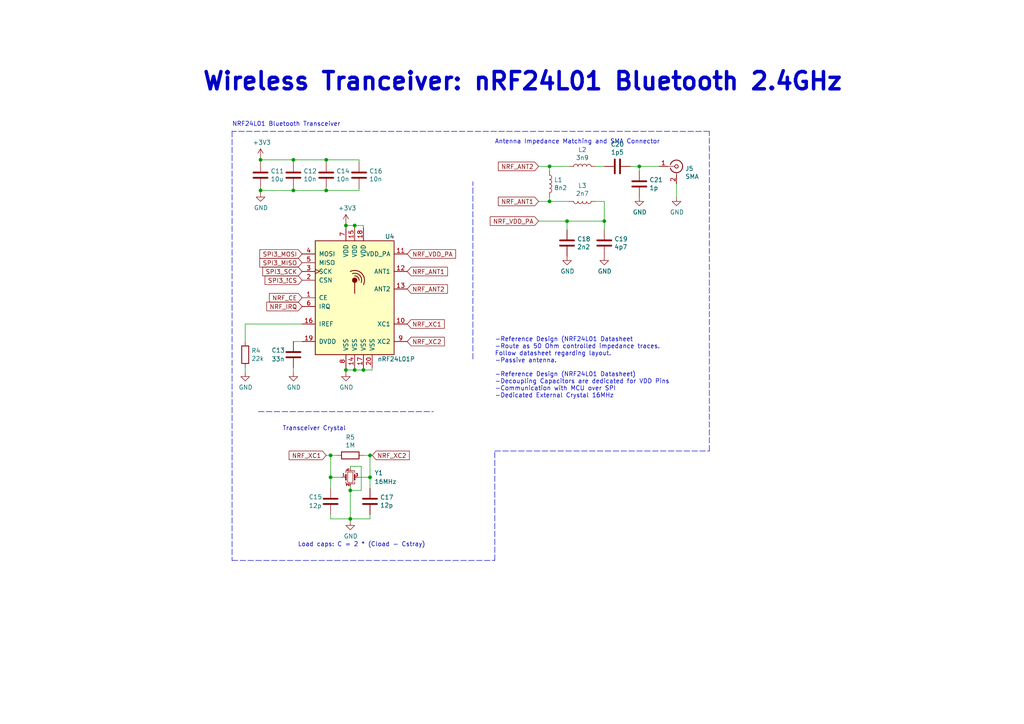
<source format=kicad_sch>
(kicad_sch (version 20211123) (generator eeschema)

  (uuid 00239f06-77f4-46cc-a4d9-4aa6e0ca9892)

  (paper "A4")

  (lib_symbols
    (symbol "Connector:Conn_Coaxial" (pin_names (offset 1.016) hide) (in_bom yes) (on_board yes)
      (property "Reference" "J" (id 0) (at 0.254 3.048 0)
        (effects (font (size 1.27 1.27)))
      )
      (property "Value" "Conn_Coaxial" (id 1) (at 2.921 0 90)
        (effects (font (size 1.27 1.27)))
      )
      (property "Footprint" "" (id 2) (at 0 0 0)
        (effects (font (size 1.27 1.27)) hide)
      )
      (property "Datasheet" " ~" (id 3) (at 0 0 0)
        (effects (font (size 1.27 1.27)) hide)
      )
      (property "ki_keywords" "BNC SMA SMB SMC LEMO coaxial connector CINCH RCA" (id 4) (at 0 0 0)
        (effects (font (size 1.27 1.27)) hide)
      )
      (property "ki_description" "coaxial connector (BNC, SMA, SMB, SMC, Cinch/RCA, LEMO, ...)" (id 5) (at 0 0 0)
        (effects (font (size 1.27 1.27)) hide)
      )
      (property "ki_fp_filters" "*BNC* *SMA* *SMB* *SMC* *Cinch* *LEMO*" (id 6) (at 0 0 0)
        (effects (font (size 1.27 1.27)) hide)
      )
      (symbol "Conn_Coaxial_0_1"
        (arc (start -1.778 -0.508) (mid 0.222 -1.808) (end 1.778 0)
          (stroke (width 0.254) (type default) (color 0 0 0 0))
          (fill (type none))
        )
        (polyline
          (pts
            (xy -2.54 0)
            (xy -0.508 0)
          )
          (stroke (width 0) (type default) (color 0 0 0 0))
          (fill (type none))
        )
        (polyline
          (pts
            (xy 0 -2.54)
            (xy 0 -1.778)
          )
          (stroke (width 0) (type default) (color 0 0 0 0))
          (fill (type none))
        )
        (circle (center 0 0) (radius 0.508)
          (stroke (width 0.2032) (type default) (color 0 0 0 0))
          (fill (type none))
        )
        (arc (start 1.778 0) (mid 0.222 1.8083) (end -1.778 0.508)
          (stroke (width 0.254) (type default) (color 0 0 0 0))
          (fill (type none))
        )
      )
      (symbol "Conn_Coaxial_1_1"
        (pin passive line (at -5.08 0 0) (length 2.54)
          (name "In" (effects (font (size 1.27 1.27))))
          (number "1" (effects (font (size 1.27 1.27))))
        )
        (pin passive line (at 0 -5.08 90) (length 2.54)
          (name "Ext" (effects (font (size 1.27 1.27))))
          (number "2" (effects (font (size 1.27 1.27))))
        )
      )
    )
    (symbol "Device:C" (pin_numbers hide) (pin_names (offset 0.254)) (in_bom yes) (on_board yes)
      (property "Reference" "C" (id 0) (at 0.635 2.54 0)
        (effects (font (size 1.27 1.27)) (justify left))
      )
      (property "Value" "C" (id 1) (at 0.635 -2.54 0)
        (effects (font (size 1.27 1.27)) (justify left))
      )
      (property "Footprint" "" (id 2) (at 0.9652 -3.81 0)
        (effects (font (size 1.27 1.27)) hide)
      )
      (property "Datasheet" "~" (id 3) (at 0 0 0)
        (effects (font (size 1.27 1.27)) hide)
      )
      (property "ki_keywords" "cap capacitor" (id 4) (at 0 0 0)
        (effects (font (size 1.27 1.27)) hide)
      )
      (property "ki_description" "Unpolarized capacitor" (id 5) (at 0 0 0)
        (effects (font (size 1.27 1.27)) hide)
      )
      (property "ki_fp_filters" "C_*" (id 6) (at 0 0 0)
        (effects (font (size 1.27 1.27)) hide)
      )
      (symbol "C_0_1"
        (polyline
          (pts
            (xy -2.032 -0.762)
            (xy 2.032 -0.762)
          )
          (stroke (width 0.508) (type default) (color 0 0 0 0))
          (fill (type none))
        )
        (polyline
          (pts
            (xy -2.032 0.762)
            (xy 2.032 0.762)
          )
          (stroke (width 0.508) (type default) (color 0 0 0 0))
          (fill (type none))
        )
      )
      (symbol "C_1_1"
        (pin passive line (at 0 3.81 270) (length 2.794)
          (name "~" (effects (font (size 1.27 1.27))))
          (number "1" (effects (font (size 1.27 1.27))))
        )
        (pin passive line (at 0 -3.81 90) (length 2.794)
          (name "~" (effects (font (size 1.27 1.27))))
          (number "2" (effects (font (size 1.27 1.27))))
        )
      )
    )
    (symbol "Device:Crystal_GND24_Small" (pin_names (offset 1.016) hide) (in_bom yes) (on_board yes)
      (property "Reference" "Y" (id 0) (at 1.27 4.445 0)
        (effects (font (size 1.27 1.27)) (justify left))
      )
      (property "Value" "Crystal_GND24_Small" (id 1) (at 1.27 2.54 0)
        (effects (font (size 1.27 1.27)) (justify left))
      )
      (property "Footprint" "" (id 2) (at 0 0 0)
        (effects (font (size 1.27 1.27)) hide)
      )
      (property "Datasheet" "~" (id 3) (at 0 0 0)
        (effects (font (size 1.27 1.27)) hide)
      )
      (property "ki_keywords" "quartz ceramic resonator oscillator" (id 4) (at 0 0 0)
        (effects (font (size 1.27 1.27)) hide)
      )
      (property "ki_description" "Four pin crystal, GND on pins 2 and 4, small symbol" (id 5) (at 0 0 0)
        (effects (font (size 1.27 1.27)) hide)
      )
      (property "ki_fp_filters" "Crystal*" (id 6) (at 0 0 0)
        (effects (font (size 1.27 1.27)) hide)
      )
      (symbol "Crystal_GND24_Small_0_1"
        (rectangle (start -0.762 -1.524) (end 0.762 1.524)
          (stroke (width 0) (type default) (color 0 0 0 0))
          (fill (type none))
        )
        (polyline
          (pts
            (xy -1.27 -0.762)
            (xy -1.27 0.762)
          )
          (stroke (width 0.381) (type default) (color 0 0 0 0))
          (fill (type none))
        )
        (polyline
          (pts
            (xy 1.27 -0.762)
            (xy 1.27 0.762)
          )
          (stroke (width 0.381) (type default) (color 0 0 0 0))
          (fill (type none))
        )
        (polyline
          (pts
            (xy -1.27 -1.27)
            (xy -1.27 -1.905)
            (xy 1.27 -1.905)
            (xy 1.27 -1.27)
          )
          (stroke (width 0) (type default) (color 0 0 0 0))
          (fill (type none))
        )
        (polyline
          (pts
            (xy -1.27 1.27)
            (xy -1.27 1.905)
            (xy 1.27 1.905)
            (xy 1.27 1.27)
          )
          (stroke (width 0) (type default) (color 0 0 0 0))
          (fill (type none))
        )
      )
      (symbol "Crystal_GND24_Small_1_1"
        (pin passive line (at -2.54 0 0) (length 1.27)
          (name "1" (effects (font (size 1.27 1.27))))
          (number "1" (effects (font (size 0.762 0.762))))
        )
        (pin passive line (at 0 -2.54 90) (length 0.635)
          (name "2" (effects (font (size 1.27 1.27))))
          (number "2" (effects (font (size 0.762 0.762))))
        )
        (pin passive line (at 2.54 0 180) (length 1.27)
          (name "3" (effects (font (size 1.27 1.27))))
          (number "3" (effects (font (size 0.762 0.762))))
        )
        (pin passive line (at 0 2.54 270) (length 0.635)
          (name "4" (effects (font (size 1.27 1.27))))
          (number "4" (effects (font (size 0.762 0.762))))
        )
      )
    )
    (symbol "Device:L" (pin_numbers hide) (pin_names (offset 1.016) hide) (in_bom yes) (on_board yes)
      (property "Reference" "L" (id 0) (at -1.27 0 90)
        (effects (font (size 1.27 1.27)))
      )
      (property "Value" "L" (id 1) (at 1.905 0 90)
        (effects (font (size 1.27 1.27)))
      )
      (property "Footprint" "" (id 2) (at 0 0 0)
        (effects (font (size 1.27 1.27)) hide)
      )
      (property "Datasheet" "~" (id 3) (at 0 0 0)
        (effects (font (size 1.27 1.27)) hide)
      )
      (property "ki_keywords" "inductor choke coil reactor magnetic" (id 4) (at 0 0 0)
        (effects (font (size 1.27 1.27)) hide)
      )
      (property "ki_description" "Inductor" (id 5) (at 0 0 0)
        (effects (font (size 1.27 1.27)) hide)
      )
      (property "ki_fp_filters" "Choke_* *Coil* Inductor_* L_*" (id 6) (at 0 0 0)
        (effects (font (size 1.27 1.27)) hide)
      )
      (symbol "L_0_1"
        (arc (start 0 -2.54) (mid 0.635 -1.905) (end 0 -1.27)
          (stroke (width 0) (type default) (color 0 0 0 0))
          (fill (type none))
        )
        (arc (start 0 -1.27) (mid 0.635 -0.635) (end 0 0)
          (stroke (width 0) (type default) (color 0 0 0 0))
          (fill (type none))
        )
        (arc (start 0 0) (mid 0.635 0.635) (end 0 1.27)
          (stroke (width 0) (type default) (color 0 0 0 0))
          (fill (type none))
        )
        (arc (start 0 1.27) (mid 0.635 1.905) (end 0 2.54)
          (stroke (width 0) (type default) (color 0 0 0 0))
          (fill (type none))
        )
      )
      (symbol "L_1_1"
        (pin passive line (at 0 3.81 270) (length 1.27)
          (name "1" (effects (font (size 1.27 1.27))))
          (number "1" (effects (font (size 1.27 1.27))))
        )
        (pin passive line (at 0 -3.81 90) (length 1.27)
          (name "2" (effects (font (size 1.27 1.27))))
          (number "2" (effects (font (size 1.27 1.27))))
        )
      )
    )
    (symbol "Device:R" (pin_numbers hide) (pin_names (offset 0)) (in_bom yes) (on_board yes)
      (property "Reference" "R" (id 0) (at 2.032 0 90)
        (effects (font (size 1.27 1.27)))
      )
      (property "Value" "R" (id 1) (at 0 0 90)
        (effects (font (size 1.27 1.27)))
      )
      (property "Footprint" "" (id 2) (at -1.778 0 90)
        (effects (font (size 1.27 1.27)) hide)
      )
      (property "Datasheet" "~" (id 3) (at 0 0 0)
        (effects (font (size 1.27 1.27)) hide)
      )
      (property "ki_keywords" "R res resistor" (id 4) (at 0 0 0)
        (effects (font (size 1.27 1.27)) hide)
      )
      (property "ki_description" "Resistor" (id 5) (at 0 0 0)
        (effects (font (size 1.27 1.27)) hide)
      )
      (property "ki_fp_filters" "R_*" (id 6) (at 0 0 0)
        (effects (font (size 1.27 1.27)) hide)
      )
      (symbol "R_0_1"
        (rectangle (start -1.016 -2.54) (end 1.016 2.54)
          (stroke (width 0.254) (type default) (color 0 0 0 0))
          (fill (type none))
        )
      )
      (symbol "R_1_1"
        (pin passive line (at 0 3.81 270) (length 1.27)
          (name "~" (effects (font (size 1.27 1.27))))
          (number "1" (effects (font (size 1.27 1.27))))
        )
        (pin passive line (at 0 -3.81 90) (length 1.27)
          (name "~" (effects (font (size 1.27 1.27))))
          (number "2" (effects (font (size 1.27 1.27))))
        )
      )
    )
    (symbol "RF:nRF24L01P" (pin_names (offset 1.016)) (in_bom yes) (on_board yes)
      (property "Reference" "U" (id 0) (at -11.43 17.78 0)
        (effects (font (size 1.27 1.27)) (justify left))
      )
      (property "Value" "nRF24L01P" (id 1) (at 5.08 17.78 0)
        (effects (font (size 1.27 1.27)) (justify left))
      )
      (property "Footprint" "Package_DFN_QFN:QFN-20-1EP_4x4mm_P0.5mm_EP2.5x2.5mm" (id 2) (at 5.08 20.32 0)
        (effects (font (size 1.27 1.27) italic) (justify left) hide)
      )
      (property "Datasheet" "http://www.nordicsemi.com/eng/content/download/2726/34069/file/nRF24L01P_Product_Specification_1_0.pdf" (id 3) (at 0 2.54 0)
        (effects (font (size 1.27 1.27)) hide)
      )
      (property "ki_keywords" "Low Power RF Transciever" (id 4) (at 0 0 0)
        (effects (font (size 1.27 1.27)) hide)
      )
      (property "ki_description" "nRF24L01+, Ultra low power 2.4GHz RF Transceiver, QFN20 4x4mm" (id 5) (at 0 0 0)
        (effects (font (size 1.27 1.27)) hide)
      )
      (property "ki_fp_filters" "QFN*4x4*0.5mm*" (id 6) (at 0 0 0)
        (effects (font (size 1.27 1.27)) hide)
      )
      (symbol "nRF24L01P_0_1"
        (rectangle (start -11.43 16.51) (end 11.43 -16.51)
          (stroke (width 0.254) (type default) (color 0 0 0 0))
          (fill (type background))
        )
        (polyline
          (pts
            (xy 0 4.445)
            (xy 0 1.27)
          )
          (stroke (width 0.254) (type default) (color 0 0 0 0))
          (fill (type none))
        )
        (circle (center 0 5.08) (radius 0.635)
          (stroke (width 0.254) (type default) (color 0 0 0 0))
          (fill (type outline))
        )
        (arc (start 1.27 5.08) (mid 0.9109 5.9909) (end 0 6.35)
          (stroke (width 0.254) (type default) (color 0 0 0 0))
          (fill (type none))
        )
        (arc (start 1.905 4.445) (mid 1.4383 6.5183) (end -0.635 6.985)
          (stroke (width 0.254) (type default) (color 0 0 0 0))
          (fill (type none))
        )
        (arc (start 2.54 3.81) (mid 2.008 7.088) (end -1.27 7.62)
          (stroke (width 0.254) (type default) (color 0 0 0 0))
          (fill (type none))
        )
        (rectangle (start 11.43 -13.97) (end 11.43 -13.97)
          (stroke (width 0) (type default) (color 0 0 0 0))
          (fill (type none))
        )
      )
      (symbol "nRF24L01P_1_1"
        (pin input line (at -15.24 0 0) (length 3.81)
          (name "CE" (effects (font (size 1.27 1.27))))
          (number "1" (effects (font (size 1.27 1.27))))
        )
        (pin passive line (at 15.24 -7.62 180) (length 3.81)
          (name "XC1" (effects (font (size 1.27 1.27))))
          (number "10" (effects (font (size 1.27 1.27))))
        )
        (pin power_out line (at 15.24 12.7 180) (length 3.81)
          (name "VDD_PA" (effects (font (size 1.27 1.27))))
          (number "11" (effects (font (size 1.27 1.27))))
        )
        (pin passive line (at 15.24 7.62 180) (length 3.81)
          (name "ANT1" (effects (font (size 1.27 1.27))))
          (number "12" (effects (font (size 1.27 1.27))))
        )
        (pin passive line (at 15.24 2.54 180) (length 3.81)
          (name "ANT2" (effects (font (size 1.27 1.27))))
          (number "13" (effects (font (size 1.27 1.27))))
        )
        (pin power_in line (at 0 -20.32 90) (length 3.81)
          (name "VSS" (effects (font (size 1.27 1.27))))
          (number "14" (effects (font (size 1.27 1.27))))
        )
        (pin power_in line (at 0 20.32 270) (length 3.81)
          (name "VDD" (effects (font (size 1.27 1.27))))
          (number "15" (effects (font (size 1.27 1.27))))
        )
        (pin passive line (at -15.24 -7.62 0) (length 3.81)
          (name "IREF" (effects (font (size 1.27 1.27))))
          (number "16" (effects (font (size 1.27 1.27))))
        )
        (pin power_in line (at 2.54 -20.32 90) (length 3.81)
          (name "VSS" (effects (font (size 1.27 1.27))))
          (number "17" (effects (font (size 1.27 1.27))))
        )
        (pin power_in line (at 2.54 20.32 270) (length 3.81)
          (name "VDD" (effects (font (size 1.27 1.27))))
          (number "18" (effects (font (size 1.27 1.27))))
        )
        (pin power_out line (at -15.24 -12.7 0) (length 3.81)
          (name "DVDD" (effects (font (size 1.27 1.27))))
          (number "19" (effects (font (size 1.27 1.27))))
        )
        (pin input line (at -15.24 5.08 0) (length 3.81)
          (name "CSN" (effects (font (size 1.27 1.27))))
          (number "2" (effects (font (size 1.27 1.27))))
        )
        (pin power_in line (at 5.08 -20.32 90) (length 3.81)
          (name "VSS" (effects (font (size 1.27 1.27))))
          (number "20" (effects (font (size 1.27 1.27))))
        )
        (pin input clock (at -15.24 7.62 0) (length 3.81)
          (name "SCK" (effects (font (size 1.27 1.27))))
          (number "3" (effects (font (size 1.27 1.27))))
        )
        (pin input line (at -15.24 12.7 0) (length 3.81)
          (name "MOSI" (effects (font (size 1.27 1.27))))
          (number "4" (effects (font (size 1.27 1.27))))
        )
        (pin output line (at -15.24 10.16 0) (length 3.81)
          (name "MISO" (effects (font (size 1.27 1.27))))
          (number "5" (effects (font (size 1.27 1.27))))
        )
        (pin output line (at -15.24 -2.54 0) (length 3.81)
          (name "IRQ" (effects (font (size 1.27 1.27))))
          (number "6" (effects (font (size 1.27 1.27))))
        )
        (pin power_in line (at -2.54 20.32 270) (length 3.81)
          (name "VDD" (effects (font (size 1.27 1.27))))
          (number "7" (effects (font (size 1.27 1.27))))
        )
        (pin power_in line (at -2.54 -20.32 90) (length 3.81)
          (name "VSS" (effects (font (size 1.27 1.27))))
          (number "8" (effects (font (size 1.27 1.27))))
        )
        (pin passive line (at 15.24 -12.7 180) (length 3.81)
          (name "XC2" (effects (font (size 1.27 1.27))))
          (number "9" (effects (font (size 1.27 1.27))))
        )
      )
    )
    (symbol "power:+3V3" (power) (pin_names (offset 0)) (in_bom yes) (on_board yes)
      (property "Reference" "#PWR" (id 0) (at 0 -3.81 0)
        (effects (font (size 1.27 1.27)) hide)
      )
      (property "Value" "+3V3" (id 1) (at 0 3.556 0)
        (effects (font (size 1.27 1.27)))
      )
      (property "Footprint" "" (id 2) (at 0 0 0)
        (effects (font (size 1.27 1.27)) hide)
      )
      (property "Datasheet" "" (id 3) (at 0 0 0)
        (effects (font (size 1.27 1.27)) hide)
      )
      (property "ki_keywords" "power-flag" (id 4) (at 0 0 0)
        (effects (font (size 1.27 1.27)) hide)
      )
      (property "ki_description" "Power symbol creates a global label with name \"+3V3\"" (id 5) (at 0 0 0)
        (effects (font (size 1.27 1.27)) hide)
      )
      (symbol "+3V3_0_1"
        (polyline
          (pts
            (xy -0.762 1.27)
            (xy 0 2.54)
          )
          (stroke (width 0) (type default) (color 0 0 0 0))
          (fill (type none))
        )
        (polyline
          (pts
            (xy 0 0)
            (xy 0 2.54)
          )
          (stroke (width 0) (type default) (color 0 0 0 0))
          (fill (type none))
        )
        (polyline
          (pts
            (xy 0 2.54)
            (xy 0.762 1.27)
          )
          (stroke (width 0) (type default) (color 0 0 0 0))
          (fill (type none))
        )
      )
      (symbol "+3V3_1_1"
        (pin power_in line (at 0 0 90) (length 0) hide
          (name "+3V3" (effects (font (size 1.27 1.27))))
          (number "1" (effects (font (size 1.27 1.27))))
        )
      )
    )
    (symbol "power:GND" (power) (pin_names (offset 0)) (in_bom yes) (on_board yes)
      (property "Reference" "#PWR" (id 0) (at 0 -6.35 0)
        (effects (font (size 1.27 1.27)) hide)
      )
      (property "Value" "GND" (id 1) (at 0 -3.81 0)
        (effects (font (size 1.27 1.27)))
      )
      (property "Footprint" "" (id 2) (at 0 0 0)
        (effects (font (size 1.27 1.27)) hide)
      )
      (property "Datasheet" "" (id 3) (at 0 0 0)
        (effects (font (size 1.27 1.27)) hide)
      )
      (property "ki_keywords" "power-flag" (id 4) (at 0 0 0)
        (effects (font (size 1.27 1.27)) hide)
      )
      (property "ki_description" "Power symbol creates a global label with name \"GND\" , ground" (id 5) (at 0 0 0)
        (effects (font (size 1.27 1.27)) hide)
      )
      (symbol "GND_0_1"
        (polyline
          (pts
            (xy 0 0)
            (xy 0 -1.27)
            (xy 1.27 -1.27)
            (xy 0 -2.54)
            (xy -1.27 -1.27)
            (xy 0 -1.27)
          )
          (stroke (width 0) (type default) (color 0 0 0 0))
          (fill (type none))
        )
      )
      (symbol "GND_1_1"
        (pin power_in line (at 0 0 270) (length 0) hide
          (name "GND" (effects (font (size 1.27 1.27))))
          (number "1" (effects (font (size 1.27 1.27))))
        )
      )
    )
  )

  (junction (at 94.615 55.245) (diameter 0) (color 0 0 0 0)
    (uuid 25a083b0-83c6-4dbc-8b59-4c428fe8870e)
  )
  (junction (at 102.87 107.315) (diameter 0) (color 0 0 0 0)
    (uuid 27ba5696-87d1-42ac-9f3c-490d0a814cf2)
  )
  (junction (at 107.315 132.08) (diameter 0) (color 0 0 0 0)
    (uuid 294993b7-0cb3-4c90-9a3e-e7f3a285dc74)
  )
  (junction (at 94.615 46.355) (diameter 0) (color 0 0 0 0)
    (uuid 35a438ed-4bd9-4c62-bb15-9ede6c5ce3a8)
  )
  (junction (at 100.33 107.315) (diameter 0) (color 0 0 0 0)
    (uuid 3d287489-0d33-4de3-949c-5bc3252a4749)
  )
  (junction (at 101.6 150.495) (diameter 0) (color 0 0 0 0)
    (uuid 5ab324ac-f8c6-4017-b4a5-ae6ac2474aa2)
  )
  (junction (at 185.42 48.26) (diameter 0) (color 0 0 0 0)
    (uuid 5edf33cc-a4d1-4556-830d-5fd7a5b496ac)
  )
  (junction (at 175.26 64.135) (diameter 0) (color 0 0 0 0)
    (uuid 8deb8cdb-89d4-429a-b5f8-87e862ee2198)
  )
  (junction (at 159.385 58.42) (diameter 0) (color 0 0 0 0)
    (uuid 9c863895-386e-4dde-b4e0-93933712cc90)
  )
  (junction (at 85.09 55.245) (diameter 0) (color 0 0 0 0)
    (uuid a9221f27-3365-4dba-a1a4-9829f4dad32e)
  )
  (junction (at 159.385 48.26) (diameter 0) (color 0 0 0 0)
    (uuid aa809919-3350-45a2-bdee-6fc2736ada30)
  )
  (junction (at 85.09 46.355) (diameter 0) (color 0 0 0 0)
    (uuid ac5450fd-96a6-4658-b402-93a51c4c8cb3)
  )
  (junction (at 102.87 65.405) (diameter 0) (color 0 0 0 0)
    (uuid b0f95977-e2bd-4862-8ba1-7538135aab68)
  )
  (junction (at 164.465 64.135) (diameter 0) (color 0 0 0 0)
    (uuid bfb5cb06-309d-4530-8319-51f9f1ac5ebb)
  )
  (junction (at 95.885 138.43) (diameter 0) (color 0 0 0 0)
    (uuid d95552fd-9759-43af-a6bd-3858c487c5eb)
  )
  (junction (at 100.33 65.405) (diameter 0) (color 0 0 0 0)
    (uuid de8405a6-b3ec-40cd-a047-fd66fc8965a2)
  )
  (junction (at 95.885 132.08) (diameter 0) (color 0 0 0 0)
    (uuid edd08b96-52ac-4cb7-871b-4c2b3c8878a8)
  )
  (junction (at 105.41 107.315) (diameter 0) (color 0 0 0 0)
    (uuid ef828451-e2c3-46d3-a8a7-c48d4cae939b)
  )
  (junction (at 75.565 55.245) (diameter 0) (color 0 0 0 0)
    (uuid f751804b-2608-4e75-a563-7638423c9d5d)
  )
  (junction (at 75.565 46.355) (diameter 0) (color 0 0 0 0)
    (uuid fae05fcc-4e85-494d-9733-ca5ac26e1092)
  )
  (junction (at 107.315 138.43) (diameter 0) (color 0 0 0 0)
    (uuid fca596c7-ad5d-4f46-8830-cbca15d7c294)
  )
  (junction (at 101.6 142.24) (diameter 0) (color 0 0 0 0)
    (uuid fd35ed79-5674-4f17-9007-faf24afd177c)
  )

  (wire (pts (xy 185.42 49.53) (xy 185.42 48.26))
    (stroke (width 0) (type default) (color 0 0 0 0))
    (uuid 04996e77-144b-44ab-91a3-ab6961c6f0fa)
  )
  (wire (pts (xy 191.135 48.26) (xy 185.42 48.26))
    (stroke (width 0) (type default) (color 0 0 0 0))
    (uuid 06752b8b-d344-4b5a-99f7-500871ed8dc6)
  )
  (wire (pts (xy 104.14 46.99) (xy 104.14 46.355))
    (stroke (width 0) (type default) (color 0 0 0 0))
    (uuid 088bed06-8796-4ada-b53f-baaab35c41f6)
  )
  (wire (pts (xy 94.615 54.61) (xy 94.615 55.245))
    (stroke (width 0) (type default) (color 0 0 0 0))
    (uuid 0cbb7830-32ea-4549-9193-77fbb0a80de4)
  )
  (wire (pts (xy 100.33 65.405) (xy 100.33 64.77))
    (stroke (width 0) (type default) (color 0 0 0 0))
    (uuid 1195dc8a-2a92-43d1-8b61-f8f8fc9281cc)
  )
  (wire (pts (xy 101.6 150.495) (xy 107.315 150.495))
    (stroke (width 0) (type default) (color 0 0 0 0))
    (uuid 128a9b37-54e6-4f15-ac9e-aeb9c5d521f8)
  )
  (polyline (pts (xy 143.51 162.56) (xy 143.51 130.81))
    (stroke (width 0) (type default) (color 0 0 0 0))
    (uuid 16a87aac-d69d-491a-9913-dd52cac4efb7)
  )

  (wire (pts (xy 102.87 106.68) (xy 102.87 107.315))
    (stroke (width 0) (type default) (color 0 0 0 0))
    (uuid 19d87c14-1bb3-4b67-9f6b-a0808929acf2)
  )
  (wire (pts (xy 175.26 58.42) (xy 175.26 64.135))
    (stroke (width 0) (type default) (color 0 0 0 0))
    (uuid 1aa37f43-644e-4b98-a608-93366d487c5c)
  )
  (wire (pts (xy 101.6 151.13) (xy 101.6 150.495))
    (stroke (width 0) (type default) (color 0 0 0 0))
    (uuid 1ac14f31-a8c5-4dce-bdab-d246e728ad69)
  )
  (wire (pts (xy 156.21 58.42) (xy 159.385 58.42))
    (stroke (width 0) (type default) (color 0 0 0 0))
    (uuid 1f3f1d4e-1bf6-435b-9cdc-e8db5d699dc4)
  )
  (polyline (pts (xy 143.51 130.81) (xy 205.74 130.81))
    (stroke (width 0) (type default) (color 0 0 0 0))
    (uuid 209bb3aa-f66f-4d3e-89dc-b7c99541be49)
  )

  (wire (pts (xy 107.95 106.68) (xy 107.95 107.315))
    (stroke (width 0) (type default) (color 0 0 0 0))
    (uuid 20b5181b-6f87-47c7-9cff-d7e2ae00236e)
  )
  (wire (pts (xy 104.14 138.43) (xy 107.315 138.43))
    (stroke (width 0) (type default) (color 0 0 0 0))
    (uuid 20dd1cde-da16-4e77-b0b0-a72fa397742b)
  )
  (polyline (pts (xy 205.74 38.1) (xy 67.31 38.1))
    (stroke (width 0) (type default) (color 0 0 0 0))
    (uuid 22b96d9a-67f7-4195-ad2e-b0d067108ffe)
  )

  (wire (pts (xy 105.41 65.405) (xy 102.87 65.405))
    (stroke (width 0) (type default) (color 0 0 0 0))
    (uuid 22c9dfe7-c51d-4d3d-a94c-a45d1961ddef)
  )
  (polyline (pts (xy 205.74 130.81) (xy 205.74 38.1))
    (stroke (width 0) (type default) (color 0 0 0 0))
    (uuid 232fc43d-66b8-4094-ae03-79e10b6d4dcc)
  )

  (wire (pts (xy 175.26 48.26) (xy 172.72 48.26))
    (stroke (width 0) (type default) (color 0 0 0 0))
    (uuid 25c7110c-a891-4c83-b6b3-cdd8805537f3)
  )
  (wire (pts (xy 107.95 107.315) (xy 105.41 107.315))
    (stroke (width 0) (type default) (color 0 0 0 0))
    (uuid 26eff556-f606-4ba7-b0f8-29340773868b)
  )
  (wire (pts (xy 175.26 58.42) (xy 172.72 58.42))
    (stroke (width 0) (type default) (color 0 0 0 0))
    (uuid 29e4371d-8639-4e43-a8b3-7ceed280ff68)
  )
  (wire (pts (xy 105.41 66.04) (xy 105.41 65.405))
    (stroke (width 0) (type default) (color 0 0 0 0))
    (uuid 3304a526-0858-44f5-a972-29604814686d)
  )
  (wire (pts (xy 104.14 55.245) (xy 104.14 54.61))
    (stroke (width 0) (type default) (color 0 0 0 0))
    (uuid 3834d557-99a8-4bd0-b7b5-c05850f57616)
  )
  (wire (pts (xy 104.775 142.24) (xy 101.6 142.24))
    (stroke (width 0) (type default) (color 0 0 0 0))
    (uuid 4471f82d-d6c1-4712-bf77-0b24dfa22e14)
  )
  (wire (pts (xy 100.33 66.04) (xy 100.33 65.405))
    (stroke (width 0) (type default) (color 0 0 0 0))
    (uuid 475c6499-aa84-4e35-ac43-cd1747c3d896)
  )
  (wire (pts (xy 164.465 64.135) (xy 175.26 64.135))
    (stroke (width 0) (type default) (color 0 0 0 0))
    (uuid 4d2080b1-8ecf-455e-8308-37a94c10c9a4)
  )
  (wire (pts (xy 97.79 132.08) (xy 95.885 132.08))
    (stroke (width 0) (type default) (color 0 0 0 0))
    (uuid 4dba8c20-e0fe-4120-a7bb-ae250841f656)
  )
  (wire (pts (xy 164.465 64.135) (xy 156.21 64.135))
    (stroke (width 0) (type default) (color 0 0 0 0))
    (uuid 4ef784a1-0fc2-4050-8380-e31d571cd97d)
  )
  (wire (pts (xy 94.615 55.245) (xy 104.14 55.245))
    (stroke (width 0) (type default) (color 0 0 0 0))
    (uuid 4f2be6f4-1f42-4072-8837-300f3fc31515)
  )
  (polyline (pts (xy 137.16 104.14) (xy 137.16 52.705))
    (stroke (width 0) (type default) (color 0 0 0 0))
    (uuid 55e11590-39af-47c9-865e-620961461049)
  )

  (wire (pts (xy 175.26 64.135) (xy 175.26 66.675))
    (stroke (width 0) (type default) (color 0 0 0 0))
    (uuid 59a3273c-a70e-414f-b093-230b1091da9a)
  )
  (wire (pts (xy 105.41 106.68) (xy 105.41 107.315))
    (stroke (width 0) (type default) (color 0 0 0 0))
    (uuid 5bb09484-3d37-46a1-af40-5c092a9c10da)
  )
  (wire (pts (xy 196.215 57.15) (xy 196.215 53.34))
    (stroke (width 0) (type default) (color 0 0 0 0))
    (uuid 6050b005-c05c-48fa-a9b6-3172ce1e04ca)
  )
  (wire (pts (xy 107.315 132.08) (xy 107.315 138.43))
    (stroke (width 0) (type default) (color 0 0 0 0))
    (uuid 63a0cc44-0af0-4ac5-b5af-4f8d3e566a05)
  )
  (wire (pts (xy 75.565 46.99) (xy 75.565 46.355))
    (stroke (width 0) (type default) (color 0 0 0 0))
    (uuid 6414e83f-23aa-4bac-bc1d-ae5756d19068)
  )
  (wire (pts (xy 95.885 150.495) (xy 95.885 149.225))
    (stroke (width 0) (type default) (color 0 0 0 0))
    (uuid 6aa4da17-631a-478c-b2bf-c3d6751001a0)
  )
  (wire (pts (xy 75.565 55.245) (xy 75.565 54.61))
    (stroke (width 0) (type default) (color 0 0 0 0))
    (uuid 74f9d577-f864-4592-9979-fcc1beeecff5)
  )
  (wire (pts (xy 102.87 65.405) (xy 100.33 65.405))
    (stroke (width 0) (type default) (color 0 0 0 0))
    (uuid 782304f8-d40c-40db-a71d-efb8c085bc04)
  )
  (polyline (pts (xy 67.31 38.1) (xy 67.31 38.1))
    (stroke (width 0) (type default) (color 0 0 0 0))
    (uuid 78447de5-d0d1-41fd-934e-ca44eb429383)
  )

  (wire (pts (xy 94.615 132.08) (xy 95.885 132.08))
    (stroke (width 0) (type default) (color 0 0 0 0))
    (uuid 785f5575-56cb-435d-9bcb-1f26ac21affe)
  )
  (wire (pts (xy 104.775 135.255) (xy 104.775 142.24))
    (stroke (width 0) (type default) (color 0 0 0 0))
    (uuid 7972f203-c5b7-4f31-9e9d-90840270eb9f)
  )
  (polyline (pts (xy 67.31 38.1) (xy 67.31 162.56))
    (stroke (width 0) (type default) (color 0 0 0 0))
    (uuid 7a782a6e-18bb-43c1-8f77-af0eac2a86bf)
  )

  (wire (pts (xy 107.315 141.605) (xy 107.315 138.43))
    (stroke (width 0) (type default) (color 0 0 0 0))
    (uuid 7c3378fb-b1db-4814-ae37-f4d7bb7ef599)
  )
  (wire (pts (xy 101.6 142.24) (xy 101.6 150.495))
    (stroke (width 0) (type default) (color 0 0 0 0))
    (uuid 7e9994cc-bd8e-4fd8-8769-9ded7d4877f4)
  )
  (wire (pts (xy 94.615 46.355) (xy 85.09 46.355))
    (stroke (width 0) (type default) (color 0 0 0 0))
    (uuid 813cd652-d5ce-4c90-bdd5-7cb137773326)
  )
  (wire (pts (xy 95.885 138.43) (xy 99.06 138.43))
    (stroke (width 0) (type default) (color 0 0 0 0))
    (uuid 82408bc7-ef01-414d-a56a-8addaf9aff23)
  )
  (wire (pts (xy 100.33 107.95) (xy 100.33 107.315))
    (stroke (width 0) (type default) (color 0 0 0 0))
    (uuid 8aebdf09-5a1a-4191-a9a1-f24944fff94e)
  )
  (wire (pts (xy 102.87 66.04) (xy 102.87 65.405))
    (stroke (width 0) (type default) (color 0 0 0 0))
    (uuid 8b28ef38-c1bd-4aad-a482-86606fb00166)
  )
  (wire (pts (xy 75.565 55.88) (xy 75.565 55.245))
    (stroke (width 0) (type default) (color 0 0 0 0))
    (uuid 8c837fa8-10be-4655-8cea-ed0d0f7bb40c)
  )
  (wire (pts (xy 105.41 132.08) (xy 107.315 132.08))
    (stroke (width 0) (type default) (color 0 0 0 0))
    (uuid 8e2c9817-649a-4e6e-b52e-7cad568187cf)
  )
  (wire (pts (xy 101.6 150.495) (xy 95.885 150.495))
    (stroke (width 0) (type default) (color 0 0 0 0))
    (uuid 90a59a98-99fe-451e-b19f-0be1a966fc5f)
  )
  (wire (pts (xy 102.87 107.315) (xy 100.33 107.315))
    (stroke (width 0) (type default) (color 0 0 0 0))
    (uuid 95103a5e-c1f2-4257-a401-3ac2ca2d470d)
  )
  (wire (pts (xy 100.33 107.315) (xy 100.33 106.68))
    (stroke (width 0) (type default) (color 0 0 0 0))
    (uuid 9754329b-5cba-4040-a60c-d44a0b1b7b9d)
  )
  (wire (pts (xy 101.6 135.255) (xy 104.775 135.255))
    (stroke (width 0) (type default) (color 0 0 0 0))
    (uuid 98364451-f9e5-4d86-8557-e40a9acf7d76)
  )
  (wire (pts (xy 156.21 48.26) (xy 159.385 48.26))
    (stroke (width 0) (type default) (color 0 0 0 0))
    (uuid a0175679-d3f4-4797-ad32-f69fe61835d7)
  )
  (wire (pts (xy 185.42 48.26) (xy 182.88 48.26))
    (stroke (width 0) (type default) (color 0 0 0 0))
    (uuid a0908d81-b425-4fe3-aa07-e8059376a730)
  )
  (wire (pts (xy 107.315 150.495) (xy 107.315 149.225))
    (stroke (width 0) (type default) (color 0 0 0 0))
    (uuid a47353c9-033b-41d4-8f99-f87623212d7f)
  )
  (wire (pts (xy 159.385 48.26) (xy 159.385 49.53))
    (stroke (width 0) (type default) (color 0 0 0 0))
    (uuid a746f0d0-13b6-4d30-b6bf-515f239e34a4)
  )
  (polyline (pts (xy 67.31 162.56) (xy 143.51 162.56))
    (stroke (width 0) (type default) (color 0 0 0 0))
    (uuid ae8aea10-f11a-476d-9341-95fa991fc1f6)
  )

  (wire (pts (xy 85.09 55.245) (xy 94.615 55.245))
    (stroke (width 0) (type default) (color 0 0 0 0))
    (uuid b2154b42-fd28-4e6d-b7cf-96f7060c8dd0)
  )
  (wire (pts (xy 105.41 107.315) (xy 102.87 107.315))
    (stroke (width 0) (type default) (color 0 0 0 0))
    (uuid b5b3b03e-04ba-47d3-a3b5-e5cffac17d71)
  )
  (wire (pts (xy 85.09 99.06) (xy 87.63 99.06))
    (stroke (width 0) (type default) (color 0 0 0 0))
    (uuid b74333d5-d236-4a42-b049-9c61f4dfd1fc)
  )
  (wire (pts (xy 75.565 55.245) (xy 85.09 55.245))
    (stroke (width 0) (type default) (color 0 0 0 0))
    (uuid ba6da81f-7b88-4d4c-b9f3-6ec4a7e08236)
  )
  (wire (pts (xy 159.385 58.42) (xy 159.385 57.15))
    (stroke (width 0) (type default) (color 0 0 0 0))
    (uuid c38a7caa-779e-4cad-b333-286a86222e4f)
  )
  (polyline (pts (xy 74.93 119.38) (xy 125.73 119.38))
    (stroke (width 0) (type default) (color 0 0 0 0))
    (uuid c8ff1a01-161e-4c89-b5f9-c8dcfcaa184f)
  )

  (wire (pts (xy 164.465 66.675) (xy 164.465 64.135))
    (stroke (width 0) (type default) (color 0 0 0 0))
    (uuid c9251d6d-34da-413a-8c90-899e33d5ce12)
  )
  (wire (pts (xy 165.1 48.26) (xy 159.385 48.26))
    (stroke (width 0) (type default) (color 0 0 0 0))
    (uuid ccec4c67-a4ac-4191-b9d1-dbb0357c25b3)
  )
  (wire (pts (xy 104.14 46.355) (xy 94.615 46.355))
    (stroke (width 0) (type default) (color 0 0 0 0))
    (uuid ceb5384c-5ddb-4a73-b756-a0945ffcbd7b)
  )
  (wire (pts (xy 101.6 135.89) (xy 101.6 135.255))
    (stroke (width 0) (type default) (color 0 0 0 0))
    (uuid cf81f6fc-176c-40a1-99c2-5decd894516d)
  )
  (wire (pts (xy 85.09 107.95) (xy 85.09 106.68))
    (stroke (width 0) (type default) (color 0 0 0 0))
    (uuid cf8e1c83-c75a-4b23-9033-980191c9b55c)
  )
  (wire (pts (xy 107.95 132.08) (xy 107.315 132.08))
    (stroke (width 0) (type default) (color 0 0 0 0))
    (uuid d6e8f12c-a618-4d47-b17c-7ccb36381d3a)
  )
  (wire (pts (xy 101.6 140.97) (xy 101.6 142.24))
    (stroke (width 0) (type default) (color 0 0 0 0))
    (uuid d82cae84-ad1b-4fd6-8a68-d0dba4e1216e)
  )
  (wire (pts (xy 95.885 138.43) (xy 95.885 141.605))
    (stroke (width 0) (type default) (color 0 0 0 0))
    (uuid d8463a94-0e83-48a0-af9d-5de7fa8b678e)
  )
  (wire (pts (xy 85.09 46.355) (xy 75.565 46.355))
    (stroke (width 0) (type default) (color 0 0 0 0))
    (uuid dafeeaa5-abc6-4ecc-aa03-0d192b8f34eb)
  )
  (wire (pts (xy 75.565 46.355) (xy 75.565 45.72))
    (stroke (width 0) (type default) (color 0 0 0 0))
    (uuid df2bdca9-dccf-4f37-b4a3-262e44ea5bb9)
  )
  (wire (pts (xy 85.09 46.99) (xy 85.09 46.355))
    (stroke (width 0) (type default) (color 0 0 0 0))
    (uuid e48e3bde-10b0-4c46-88f8-e1b486832eb9)
  )
  (wire (pts (xy 71.12 99.06) (xy 71.12 93.98))
    (stroke (width 0) (type default) (color 0 0 0 0))
    (uuid e86a36c9-2a2c-4e5e-8723-28585c211bb9)
  )
  (wire (pts (xy 95.885 132.08) (xy 95.885 138.43))
    (stroke (width 0) (type default) (color 0 0 0 0))
    (uuid e9262468-0018-4d5f-9fb3-f8b840cdbd5f)
  )
  (wire (pts (xy 94.615 46.99) (xy 94.615 46.355))
    (stroke (width 0) (type default) (color 0 0 0 0))
    (uuid eeedd961-0e16-42df-8f24-49dd8f24fe21)
  )
  (wire (pts (xy 85.09 54.61) (xy 85.09 55.245))
    (stroke (width 0) (type default) (color 0 0 0 0))
    (uuid f45cbdf6-2b16-4642-af15-46b09850b385)
  )
  (wire (pts (xy 165.1 58.42) (xy 159.385 58.42))
    (stroke (width 0) (type default) (color 0 0 0 0))
    (uuid f53e8534-83fb-4680-85f5-38add0ab1837)
  )
  (wire (pts (xy 71.12 107.95) (xy 71.12 106.68))
    (stroke (width 0) (type default) (color 0 0 0 0))
    (uuid f920fdf0-7287-4bc0-8453-4e6f9c7d61f7)
  )
  (wire (pts (xy 71.12 93.98) (xy 87.63 93.98))
    (stroke (width 0) (type default) (color 0 0 0 0))
    (uuid fa06a86d-f7dc-46a6-a788-2590cf7803c7)
  )

  (text "NRF24L01 Bluetooth Transceiver" (at 67.31 36.83 0)
    (effects (font (size 1.27 1.27)) (justify left bottom))
    (uuid 15066477-0cbc-41f8-ae08-77a262dc0799)
  )
  (text "-Reference Design (NRF24L01 Datasheet)\n-Decoupling Capacitors are dedicated for VDD Pins\n-Communication with MCU over SPI\n-Dedicated External Crystal 16MHz"
    (at 143.51 115.57 0)
    (effects (font (size 1.27 1.27)) (justify left bottom))
    (uuid 1e2d5d56-3a04-407f-aaff-33278d4154d0)
  )
  (text "Transceiver Crystal" (at 81.915 125.095 0)
    (effects (font (size 1.27 1.27)) (justify left bottom))
    (uuid 4020ff39-2f53-4390-8b31-8c4309542f9a)
  )
  (text "Antenna Impedance Matching and SMA Connector" (at 143.51 41.91 0)
    (effects (font (size 1.27 1.27)) (justify left bottom))
    (uuid 64f56955-347b-4394-b2f5-e18e28cbe29b)
  )
  (text "Load caps: C = 2 * (Cload - Cstray)" (at 86.36 158.75 0)
    (effects (font (size 1.27 1.27)) (justify left bottom))
    (uuid 94dd090c-844e-4932-98a8-fdb3eb843ac6)
  )
  (text "-Reference Design (NRF24L01 Datasheet\n-Route as 50 Ohm controlled impedance traces.\nFollow datasheet regarding layout.\n-Passive antenna."
    (at 143.51 105.41 0)
    (effects (font (size 1.27 1.27)) (justify left bottom))
    (uuid b3e2fa0d-4580-495d-82d1-411fff1d3cbc)
  )
  (text "Wireless Tranceiver: nRF24L01 Bluetooth 2.4GHz\n" (at 58.42 26.67 0)
    (effects (font (size 5 5) (thickness 1) bold) (justify left bottom))
    (uuid fd7a979f-9d59-4a7a-8ba0-54ea93de8ad4)
  )

  (global_label "SPI3_MOSI" (shape input) (at 87.63 73.66 180) (fields_autoplaced)
    (effects (font (size 1.27 1.27)) (justify right))
    (uuid 06a5be8d-7a12-4d1e-b191-722796afd916)
    (property "Intersheet References" "${INTERSHEET_REFS}" (id 0) (at 43.18 -52.07 0)
      (effects (font (size 1.27 1.27)) hide)
    )
  )
  (global_label "NRF_VDD_PA" (shape input) (at 118.11 73.66 0) (fields_autoplaced)
    (effects (font (size 1.27 1.27)) (justify left))
    (uuid 392daa92-602e-4df3-b82f-3a250c80d16a)
    (property "Intersheet References" "${INTERSHEET_REFS}" (id 0) (at 43.18 -52.07 0)
      (effects (font (size 1.27 1.27)) hide)
    )
  )
  (global_label "NRF_ANT1" (shape input) (at 156.21 58.42 180) (fields_autoplaced)
    (effects (font (size 1.27 1.27)) (justify right))
    (uuid 3bf48447-71dc-48d3-81df-af331fc2c53d)
    (property "Intersheet References" "${INTERSHEET_REFS}" (id 0) (at 33.655 -52.07 0)
      (effects (font (size 1.27 1.27)) hide)
    )
  )
  (global_label "NRF_ANT1" (shape input) (at 118.11 78.74 0) (fields_autoplaced)
    (effects (font (size 1.27 1.27)) (justify left))
    (uuid 4279d631-175a-4ea2-940a-cba4bf0e44c5)
    (property "Intersheet References" "${INTERSHEET_REFS}" (id 0) (at 43.18 -52.07 0)
      (effects (font (size 1.27 1.27)) hide)
    )
  )
  (global_label "NRF_ANT2" (shape input) (at 156.21 48.26 180) (fields_autoplaced)
    (effects (font (size 1.27 1.27)) (justify right))
    (uuid 55bfdd5e-654e-417a-80b2-1b721caa8da2)
    (property "Intersheet References" "${INTERSHEET_REFS}" (id 0) (at 33.655 -52.07 0)
      (effects (font (size 1.27 1.27)) hide)
    )
  )
  (global_label "SPI3_MISO" (shape input) (at 87.63 76.2 180) (fields_autoplaced)
    (effects (font (size 1.27 1.27)) (justify right))
    (uuid 75d3df1e-c2ad-4469-ae5e-2afa16315ba1)
    (property "Intersheet References" "${INTERSHEET_REFS}" (id 0) (at 43.18 -52.07 0)
      (effects (font (size 1.27 1.27)) hide)
    )
  )
  (global_label "NRF_CE" (shape input) (at 87.63 86.36 180) (fields_autoplaced)
    (effects (font (size 1.27 1.27)) (justify right))
    (uuid 9af2d2cb-041f-489b-9b50-c24a5581d4f8)
    (property "Intersheet References" "${INTERSHEET_REFS}" (id 0) (at 43.18 -52.07 0)
      (effects (font (size 1.27 1.27)) hide)
    )
  )
  (global_label "NRF_XC2" (shape input) (at 107.95 132.08 0) (fields_autoplaced)
    (effects (font (size 1.27 1.27)) (justify left))
    (uuid a93bdbeb-c045-4c78-91d2-9ae7c66e2151)
    (property "Intersheet References" "${INTERSHEET_REFS}" (id 0) (at -26.67 -23.495 0)
      (effects (font (size 1.27 1.27)) hide)
    )
  )
  (global_label "NRF_IRQ" (shape input) (at 87.63 88.9 180) (fields_autoplaced)
    (effects (font (size 1.27 1.27)) (justify right))
    (uuid b5f03058-0429-40f0-a828-07c79ba5112d)
    (property "Intersheet References" "${INTERSHEET_REFS}" (id 0) (at 43.18 -52.07 0)
      (effects (font (size 1.27 1.27)) hide)
    )
  )
  (global_label "NRF_XC2" (shape input) (at 118.11 99.06 0) (fields_autoplaced)
    (effects (font (size 1.27 1.27)) (justify left))
    (uuid b654584b-7f2a-47f6-85e7-43598176d803)
    (property "Intersheet References" "${INTERSHEET_REFS}" (id 0) (at 43.18 -52.07 0)
      (effects (font (size 1.27 1.27)) hide)
    )
  )
  (global_label "SPI3_SCK" (shape input) (at 87.63 78.74 180) (fields_autoplaced)
    (effects (font (size 1.27 1.27)) (justify right))
    (uuid c7cf7505-cbbf-42b2-b484-ba030e025295)
    (property "Intersheet References" "${INTERSHEET_REFS}" (id 0) (at 43.18 -52.07 0)
      (effects (font (size 1.27 1.27)) hide)
    )
  )
  (global_label "NRF_VDD_PA" (shape input) (at 156.21 64.135 180) (fields_autoplaced)
    (effects (font (size 1.27 1.27)) (justify right))
    (uuid cee3d06b-d14a-4c94-8bf2-47191be57e34)
    (property "Intersheet References" "${INTERSHEET_REFS}" (id 0) (at 33.655 -52.07 0)
      (effects (font (size 1.27 1.27)) hide)
    )
  )
  (global_label "SPI3_!CS" (shape input) (at 87.63 81.28 180) (fields_autoplaced)
    (effects (font (size 1.27 1.27)) (justify right))
    (uuid e570f8a2-fe42-43a3-aff6-cd4db9f6d082)
    (property "Intersheet References" "${INTERSHEET_REFS}" (id 0) (at 43.18 -52.07 0)
      (effects (font (size 1.27 1.27)) hide)
    )
  )
  (global_label "NRF_XC1" (shape input) (at 118.11 93.98 0) (fields_autoplaced)
    (effects (font (size 1.27 1.27)) (justify left))
    (uuid e97ec5a7-2c88-4434-b069-ef284d3c488f)
    (property "Intersheet References" "${INTERSHEET_REFS}" (id 0) (at 43.18 -52.07 0)
      (effects (font (size 1.27 1.27)) hide)
    )
  )
  (global_label "NRF_XC1" (shape input) (at 94.615 132.08 180) (fields_autoplaced)
    (effects (font (size 1.27 1.27)) (justify right))
    (uuid f26e8ea9-571e-4d83-9109-95c03283bc6d)
    (property "Intersheet References" "${INTERSHEET_REFS}" (id 0) (at -26.67 -23.495 0)
      (effects (font (size 1.27 1.27)) hide)
    )
  )
  (global_label "NRF_ANT2" (shape input) (at 118.11 83.82 0) (fields_autoplaced)
    (effects (font (size 1.27 1.27)) (justify left))
    (uuid f5c8a587-be24-4c5b-8af6-a6427e0b15e7)
    (property "Intersheet References" "${INTERSHEET_REFS}" (id 0) (at 43.18 -52.07 0)
      (effects (font (size 1.27 1.27)) hide)
    )
  )

  (symbol (lib_id "Device:L") (at 159.385 53.34 0) (unit 1)
    (in_bom yes) (on_board yes)
    (uuid 05188a69-748b-4e97-8da9-86a32a42a410)
    (property "Reference" "L1" (id 0) (at 160.7058 52.1716 0)
      (effects (font (size 1.27 1.27)) (justify left))
    )
    (property "Value" "8n2" (id 1) (at 160.7058 54.483 0)
      (effects (font (size 1.27 1.27)) (justify left))
    )
    (property "Footprint" "Inductor_SMD:L_0402_1005Metric" (id 2) (at 159.385 53.34 0)
      (effects (font (size 1.27 1.27)) hide)
    )
    (property "Datasheet" "~" (id 3) (at 159.385 53.34 0)
      (effects (font (size 1.27 1.27)) hide)
    )
    (pin "1" (uuid edb0df77-3149-447d-a400-e529a93f06bf))
    (pin "2" (uuid eb7b7aaf-a190-41b6-8108-abf155fe02b6))
  )

  (symbol (lib_id "power:GND") (at 85.09 107.95 0) (unit 1)
    (in_bom yes) (on_board yes)
    (uuid 1fe27eef-a9b2-401c-b284-410ae75455a9)
    (property "Reference" "#PWR0130" (id 0) (at 85.09 114.3 0)
      (effects (font (size 1.27 1.27)) hide)
    )
    (property "Value" "GND" (id 1) (at 85.217 112.3442 0))
    (property "Footprint" "" (id 2) (at 85.09 107.95 0)
      (effects (font (size 1.27 1.27)) hide)
    )
    (property "Datasheet" "" (id 3) (at 85.09 107.95 0)
      (effects (font (size 1.27 1.27)) hide)
    )
    (pin "1" (uuid 1b0da296-8581-4580-8ac9-76fe5bd2d68e))
  )

  (symbol (lib_id "Device:Crystal_GND24_Small") (at 101.6 138.43 0) (unit 1)
    (in_bom yes) (on_board yes)
    (uuid 245d3ef0-8411-4500-91c2-1d932b278a8d)
    (property "Reference" "Y1" (id 0) (at 108.585 137.16 0)
      (effects (font (size 1.27 1.27)) (justify left))
    )
    (property "Value" "16MHz" (id 1) (at 108.585 139.7 0)
      (effects (font (size 1.27 1.27)) (justify left))
    )
    (property "Footprint" "Crystal:Crystal_SMD_3225-4Pin_3.2x2.5mm" (id 2) (at 101.6 138.43 0)
      (effects (font (size 1.27 1.27)) hide)
    )
    (property "Datasheet" "~" (id 3) (at 101.6 138.43 0)
      (effects (font (size 1.27 1.27)) hide)
    )
    (pin "1" (uuid 0fd49d2c-9768-4873-bbf1-d3614c5e0bac))
    (pin "2" (uuid b48099f5-178d-4db6-bb29-33910017185f))
    (pin "3" (uuid ba3e8045-2ecf-4fe2-bfda-9126c9155bdf))
    (pin "4" (uuid 8ed4fb8e-061c-4169-b0dd-1f346dca8425))
  )

  (symbol (lib_id "Device:C") (at 94.615 50.8 0) (unit 1)
    (in_bom yes) (on_board yes)
    (uuid 2fba54ea-7a78-4b62-85f1-1933d4415ac4)
    (property "Reference" "C14" (id 0) (at 97.536 49.6316 0)
      (effects (font (size 1.27 1.27)) (justify left))
    )
    (property "Value" "10n" (id 1) (at 97.536 51.943 0)
      (effects (font (size 1.27 1.27)) (justify left))
    )
    (property "Footprint" "Capacitor_SMD:C_0402_1005Metric" (id 2) (at 95.5802 54.61 0)
      (effects (font (size 1.27 1.27)) hide)
    )
    (property "Datasheet" "~" (id 3) (at 94.615 50.8 0)
      (effects (font (size 1.27 1.27)) hide)
    )
    (pin "1" (uuid 505752e9-bb28-4ba6-82cf-23c18bb67903))
    (pin "2" (uuid 013e334e-1fc2-4b22-b0f9-13809a060456))
  )

  (symbol (lib_id "RF:nRF24L01P") (at 102.87 86.36 0) (unit 1)
    (in_bom yes) (on_board yes)
    (uuid 30faae86-43db-4620-8c7e-442d11bdd636)
    (property "Reference" "U4" (id 0) (at 113.03 68.58 0))
    (property "Value" "nRF24L01P" (id 1) (at 114.935 104.14 0))
    (property "Footprint" "Package_DFN_QFN:QFN-20-1EP_4x4mm_P0.5mm_EP2.5x2.5mm" (id 2) (at 107.95 66.04 0)
      (effects (font (size 1.27 1.27) italic) (justify left) hide)
    )
    (property "Datasheet" "http://www.nordicsemi.com/eng/content/download/2726/34069/file/nRF24L01P_Product_Specification_1_0.pdf" (id 3) (at 102.87 83.82 0)
      (effects (font (size 1.27 1.27)) hide)
    )
    (pin "1" (uuid c378b6fe-8c86-45b6-8e3f-4972beaad957))
    (pin "10" (uuid 34ac0b24-1990-4d12-8e50-8e42cc1551bb))
    (pin "11" (uuid 4141f97d-35fe-4aa4-a13c-b69cbf15a41b))
    (pin "12" (uuid 3d8d4110-eda7-439c-8a4c-8c18be4f0e6b))
    (pin "13" (uuid 3ec8b200-8d08-41e7-9b5f-990c19e7dd86))
    (pin "14" (uuid edc12899-73cd-4b2e-a257-214c0076766e))
    (pin "15" (uuid 6a4aa939-4c50-44a0-9115-b24fbd67ffb7))
    (pin "16" (uuid a10c4f47-3958-40ab-8b01-56f34a9ca9a7))
    (pin "17" (uuid 25b483a8-8704-4064-8ec6-f775e7757069))
    (pin "18" (uuid be816333-cb61-411b-b685-835aa671fdd4))
    (pin "19" (uuid 79fa6751-555d-4f42-afe8-4c065b70b271))
    (pin "2" (uuid a088ea33-7ab6-4e24-becd-13f30876d408))
    (pin "20" (uuid bdd03e5f-324e-4be0-a6cd-570d4b9257ea))
    (pin "3" (uuid d9801e96-1dcc-4acc-be94-f6168b95cd45))
    (pin "4" (uuid 2b9a22e0-1192-47d5-b8f9-25ed7e8275ce))
    (pin "5" (uuid 1976d4dd-e2be-4684-9f3b-3ea99a12fcbb))
    (pin "6" (uuid 17500bff-8f33-4367-8e8d-1d2dff7ef917))
    (pin "7" (uuid 39adf70d-8264-477b-85a7-1adae3f708a1))
    (pin "8" (uuid e6005fe2-9861-4e34-b3c1-e972b13f7ed1))
    (pin "9" (uuid f0c8120f-f52e-4d53-861d-6837393a1ed9))
  )

  (symbol (lib_id "power:GND") (at 100.33 107.95 0) (unit 1)
    (in_bom yes) (on_board yes)
    (uuid 363908cd-e250-4269-9cb0-962ff855eab3)
    (property "Reference" "#PWR0129" (id 0) (at 100.33 114.3 0)
      (effects (font (size 1.27 1.27)) hide)
    )
    (property "Value" "GND" (id 1) (at 100.457 112.3442 0))
    (property "Footprint" "" (id 2) (at 100.33 107.95 0)
      (effects (font (size 1.27 1.27)) hide)
    )
    (property "Datasheet" "" (id 3) (at 100.33 107.95 0)
      (effects (font (size 1.27 1.27)) hide)
    )
    (pin "1" (uuid 96e4859f-f6f8-47ae-adc0-34741a7eb3e0))
  )

  (symbol (lib_id "power:GND") (at 101.6 151.13 0) (unit 1)
    (in_bom yes) (on_board yes)
    (uuid 4246a790-d458-4ccd-9781-5dde7e29b9cb)
    (property "Reference" "#PWR0132" (id 0) (at 101.6 157.48 0)
      (effects (font (size 1.27 1.27)) hide)
    )
    (property "Value" "GND" (id 1) (at 101.727 155.5242 0))
    (property "Footprint" "" (id 2) (at 101.6 151.13 0)
      (effects (font (size 1.27 1.27)) hide)
    )
    (property "Datasheet" "" (id 3) (at 101.6 151.13 0)
      (effects (font (size 1.27 1.27)) hide)
    )
    (pin "1" (uuid 9ee3fe26-c69f-4ede-a42f-5c51e5f5f83e))
  )

  (symbol (lib_id "Device:C") (at 95.885 145.415 0) (unit 1)
    (in_bom yes) (on_board yes)
    (uuid 498374b7-8ee0-43e2-86ca-0cdc36f35d37)
    (property "Reference" "C15" (id 0) (at 89.535 144.145 0)
      (effects (font (size 1.27 1.27)) (justify left))
    )
    (property "Value" "12p" (id 1) (at 89.535 146.685 0)
      (effects (font (size 1.27 1.27)) (justify left))
    )
    (property "Footprint" "Capacitor_SMD:C_0402_1005Metric" (id 2) (at 96.8502 149.225 0)
      (effects (font (size 1.27 1.27)) hide)
    )
    (property "Datasheet" "~" (id 3) (at 95.885 145.415 0)
      (effects (font (size 1.27 1.27)) hide)
    )
    (pin "1" (uuid b9bf0bbc-e7d8-42a5-a54a-f72470996a7c))
    (pin "2" (uuid bbccbd06-e6e6-480a-9a3e-ab3798069085))
  )

  (symbol (lib_id "Device:C") (at 85.09 50.8 0) (unit 1)
    (in_bom yes) (on_board yes)
    (uuid 4b242195-0db5-43dc-89d2-3ee34f6f0328)
    (property "Reference" "C12" (id 0) (at 88.011 49.6316 0)
      (effects (font (size 1.27 1.27)) (justify left))
    )
    (property "Value" "10n" (id 1) (at 88.011 51.943 0)
      (effects (font (size 1.27 1.27)) (justify left))
    )
    (property "Footprint" "Capacitor_SMD:C_0402_1005Metric" (id 2) (at 86.0552 54.61 0)
      (effects (font (size 1.27 1.27)) hide)
    )
    (property "Datasheet" "~" (id 3) (at 85.09 50.8 0)
      (effects (font (size 1.27 1.27)) hide)
    )
    (pin "1" (uuid 5aef969f-7777-4c95-bcff-10a58951fef2))
    (pin "2" (uuid 29efccd9-d4cd-4b9b-b2a1-029ace4a363b))
  )

  (symbol (lib_id "power:+3V3") (at 100.33 64.77 0) (unit 1)
    (in_bom yes) (on_board yes)
    (uuid 4ca67d9e-7fa3-4cef-a221-0a07643c4bb2)
    (property "Reference" "#PWR0131" (id 0) (at 100.33 68.58 0)
      (effects (font (size 1.27 1.27)) hide)
    )
    (property "Value" "+3V3" (id 1) (at 100.711 60.3758 0))
    (property "Footprint" "" (id 2) (at 100.33 64.77 0)
      (effects (font (size 1.27 1.27)) hide)
    )
    (property "Datasheet" "" (id 3) (at 100.33 64.77 0)
      (effects (font (size 1.27 1.27)) hide)
    )
    (pin "1" (uuid 0cb2598b-c0a0-4811-bd05-470520c51f15))
  )

  (symbol (lib_id "Device:C") (at 104.14 50.8 0) (unit 1)
    (in_bom yes) (on_board yes)
    (uuid 6bca8fea-192f-47a1-80b5-79dcf9044719)
    (property "Reference" "C16" (id 0) (at 107.061 49.6316 0)
      (effects (font (size 1.27 1.27)) (justify left))
    )
    (property "Value" "10n" (id 1) (at 107.061 51.943 0)
      (effects (font (size 1.27 1.27)) (justify left))
    )
    (property "Footprint" "Capacitor_SMD:C_0402_1005Metric" (id 2) (at 105.1052 54.61 0)
      (effects (font (size 1.27 1.27)) hide)
    )
    (property "Datasheet" "~" (id 3) (at 104.14 50.8 0)
      (effects (font (size 1.27 1.27)) hide)
    )
    (pin "1" (uuid 6df67b8c-8f96-40ef-870d-060fd0523b9d))
    (pin "2" (uuid 43da4083-51d6-4705-800c-7a49ad721c15))
  )

  (symbol (lib_id "Connector:Conn_Coaxial") (at 196.215 48.26 0) (unit 1)
    (in_bom yes) (on_board yes)
    (uuid 7d570ceb-47c4-45bc-ab33-cb2159d9315c)
    (property "Reference" "J5" (id 0) (at 198.755 48.895 0)
      (effects (font (size 1.27 1.27)) (justify left))
    )
    (property "Value" "SMA" (id 1) (at 198.755 51.2064 0)
      (effects (font (size 1.27 1.27)) (justify left))
    )
    (property "Footprint" "Connector_Coaxial:SMA_Samtec_SMA-J-P-X-ST-EM1_EdgeMount" (id 2) (at 196.215 48.26 0)
      (effects (font (size 1.27 1.27)) hide)
    )
    (property "Datasheet" " ~" (id 3) (at 196.215 48.26 0)
      (effects (font (size 1.27 1.27)) hide)
    )
    (pin "1" (uuid 884934dd-7a78-47c3-93dd-c6b9227c2472))
    (pin "2" (uuid 98492e23-2b74-4a3f-b1a9-866ac20fe7e6))
  )

  (symbol (lib_id "Device:C") (at 164.465 70.485 180) (unit 1)
    (in_bom yes) (on_board yes)
    (uuid 8240fb39-4d99-4836-b65e-65e7f858aa9c)
    (property "Reference" "C18" (id 0) (at 167.386 69.3166 0)
      (effects (font (size 1.27 1.27)) (justify right))
    )
    (property "Value" "2n2" (id 1) (at 167.386 71.628 0)
      (effects (font (size 1.27 1.27)) (justify right))
    )
    (property "Footprint" "Capacitor_SMD:C_0402_1005Metric" (id 2) (at 163.4998 66.675 0)
      (effects (font (size 1.27 1.27)) hide)
    )
    (property "Datasheet" "~" (id 3) (at 164.465 70.485 0)
      (effects (font (size 1.27 1.27)) hide)
    )
    (pin "1" (uuid 94baf73f-a2c9-4268-af9d-d0f77a3440ef))
    (pin "2" (uuid 6457c5ab-1493-48e0-b2f2-cc51e00daba4))
  )

  (symbol (lib_id "power:+3V3") (at 75.565 45.72 0) (unit 1)
    (in_bom yes) (on_board yes)
    (uuid 97385159-17c9-439c-8583-064c3625c53f)
    (property "Reference" "#PWR0133" (id 0) (at 75.565 49.53 0)
      (effects (font (size 1.27 1.27)) hide)
    )
    (property "Value" "+3V3" (id 1) (at 75.946 41.3258 0))
    (property "Footprint" "" (id 2) (at 75.565 45.72 0)
      (effects (font (size 1.27 1.27)) hide)
    )
    (property "Datasheet" "" (id 3) (at 75.565 45.72 0)
      (effects (font (size 1.27 1.27)) hide)
    )
    (pin "1" (uuid 3f8bb2c6-e11e-40ea-a2a3-6be3e62c721c))
  )

  (symbol (lib_id "power:GND") (at 175.26 74.295 0) (unit 1)
    (in_bom yes) (on_board yes)
    (uuid 9965bab4-fa5e-4b0b-b583-c21332096f93)
    (property "Reference" "#PWR0136" (id 0) (at 175.26 80.645 0)
      (effects (font (size 1.27 1.27)) hide)
    )
    (property "Value" "GND" (id 1) (at 175.387 78.6892 0))
    (property "Footprint" "" (id 2) (at 175.26 74.295 0)
      (effects (font (size 1.27 1.27)) hide)
    )
    (property "Datasheet" "" (id 3) (at 175.26 74.295 0)
      (effects (font (size 1.27 1.27)) hide)
    )
    (pin "1" (uuid 52f50730-5b18-41a4-8fdd-c31d3e0f2b45))
  )

  (symbol (lib_id "power:GND") (at 185.42 57.15 0) (unit 1)
    (in_bom yes) (on_board yes)
    (uuid a0f3d19e-b4ed-4df6-a7aa-83d660c52d6c)
    (property "Reference" "#PWR0139" (id 0) (at 185.42 63.5 0)
      (effects (font (size 1.27 1.27)) hide)
    )
    (property "Value" "GND" (id 1) (at 185.547 61.5442 0))
    (property "Footprint" "" (id 2) (at 185.42 57.15 0)
      (effects (font (size 1.27 1.27)) hide)
    )
    (property "Datasheet" "" (id 3) (at 185.42 57.15 0)
      (effects (font (size 1.27 1.27)) hide)
    )
    (pin "1" (uuid 954bb0ef-7bca-4fc7-8cad-25b56346a44b))
  )

  (symbol (lib_id "power:GND") (at 75.565 55.88 0) (unit 1)
    (in_bom yes) (on_board yes)
    (uuid a91fe582-3407-484e-83fc-4545bc4b9f3a)
    (property "Reference" "#PWR0134" (id 0) (at 75.565 62.23 0)
      (effects (font (size 1.27 1.27)) hide)
    )
    (property "Value" "GND" (id 1) (at 75.692 60.2742 0))
    (property "Footprint" "" (id 2) (at 75.565 55.88 0)
      (effects (font (size 1.27 1.27)) hide)
    )
    (property "Datasheet" "" (id 3) (at 75.565 55.88 0)
      (effects (font (size 1.27 1.27)) hide)
    )
    (pin "1" (uuid d6a50abe-f508-44bb-9c52-b27b3706a373))
  )

  (symbol (lib_id "Device:C") (at 85.09 102.87 0) (unit 1)
    (in_bom yes) (on_board yes)
    (uuid b0477f89-dbca-44c4-b8a1-eef1eb357aa1)
    (property "Reference" "C13" (id 0) (at 78.74 101.6 0)
      (effects (font (size 1.27 1.27)) (justify left))
    )
    (property "Value" "33n" (id 1) (at 78.74 104.14 0)
      (effects (font (size 1.27 1.27)) (justify left))
    )
    (property "Footprint" "Capacitor_SMD:C_0402_1005Metric" (id 2) (at 86.0552 106.68 0)
      (effects (font (size 1.27 1.27)) hide)
    )
    (property "Datasheet" "~" (id 3) (at 85.09 102.87 0)
      (effects (font (size 1.27 1.27)) hide)
    )
    (pin "1" (uuid e3c812a2-be73-492c-988f-9038fba923e8))
    (pin "2" (uuid e590121f-08b2-4eb6-a4da-ef861db33891))
  )

  (symbol (lib_id "power:GND") (at 71.12 107.95 0) (unit 1)
    (in_bom yes) (on_board yes)
    (uuid b07125b8-95bc-4c9b-b52f-325221b40475)
    (property "Reference" "#PWR0135" (id 0) (at 71.12 114.3 0)
      (effects (font (size 1.27 1.27)) hide)
    )
    (property "Value" "GND" (id 1) (at 71.247 112.3442 0))
    (property "Footprint" "" (id 2) (at 71.12 107.95 0)
      (effects (font (size 1.27 1.27)) hide)
    )
    (property "Datasheet" "" (id 3) (at 71.12 107.95 0)
      (effects (font (size 1.27 1.27)) hide)
    )
    (pin "1" (uuid d1149683-c18f-4f2b-8b68-dbe838aa1807))
  )

  (symbol (lib_id "Device:C") (at 185.42 53.34 180) (unit 1)
    (in_bom yes) (on_board yes)
    (uuid b8249a20-f47b-44f4-9e81-8fa6add6689c)
    (property "Reference" "C21" (id 0) (at 188.341 52.1716 0)
      (effects (font (size 1.27 1.27)) (justify right))
    )
    (property "Value" "1p" (id 1) (at 188.341 54.483 0)
      (effects (font (size 1.27 1.27)) (justify right))
    )
    (property "Footprint" "Capacitor_SMD:C_0402_1005Metric" (id 2) (at 184.4548 49.53 0)
      (effects (font (size 1.27 1.27)) hide)
    )
    (property "Datasheet" "~" (id 3) (at 185.42 53.34 0)
      (effects (font (size 1.27 1.27)) hide)
    )
    (pin "1" (uuid 52c36e4d-d8f2-4278-b7a9-900a93022d6f))
    (pin "2" (uuid 2e25befe-06e4-409b-b5eb-53f8a08c17e4))
  )

  (symbol (lib_id "Device:C") (at 107.315 145.415 0) (unit 1)
    (in_bom yes) (on_board yes)
    (uuid b8a82bfe-81f3-43f2-90e0-b757de32cbc6)
    (property "Reference" "C17" (id 0) (at 110.236 144.2466 0)
      (effects (font (size 1.27 1.27)) (justify left))
    )
    (property "Value" "12p" (id 1) (at 110.236 146.558 0)
      (effects (font (size 1.27 1.27)) (justify left))
    )
    (property "Footprint" "Capacitor_SMD:C_0402_1005Metric" (id 2) (at 108.2802 149.225 0)
      (effects (font (size 1.27 1.27)) hide)
    )
    (property "Datasheet" "~" (id 3) (at 107.315 145.415 0)
      (effects (font (size 1.27 1.27)) hide)
    )
    (pin "1" (uuid 3352cd67-1ba2-4fe9-ba4c-b612ae7dff0c))
    (pin "2" (uuid 2a4a3014-f907-4ef5-aa5a-c635b1774b52))
  )

  (symbol (lib_id "Device:R") (at 101.6 132.08 270) (unit 1)
    (in_bom yes) (on_board yes)
    (uuid be24c626-3811-4c39-bf9d-0358a9c364e0)
    (property "Reference" "R5" (id 0) (at 101.6 126.8222 90))
    (property "Value" "1M" (id 1) (at 101.6 129.1336 90))
    (property "Footprint" "Resistor_SMD:R_0402_1005Metric" (id 2) (at 101.6 130.302 90)
      (effects (font (size 1.27 1.27)) hide)
    )
    (property "Datasheet" "~" (id 3) (at 101.6 132.08 0)
      (effects (font (size 1.27 1.27)) hide)
    )
    (pin "1" (uuid 6e207098-7b78-4061-87d4-751dd94b28f5))
    (pin "2" (uuid f9c73e68-0700-4e81-9a52-c19da9a207cc))
  )

  (symbol (lib_id "Device:C") (at 75.565 50.8 0) (unit 1)
    (in_bom yes) (on_board yes)
    (uuid c2a51178-30b9-40df-9b0d-872c4ca1ff70)
    (property "Reference" "C11" (id 0) (at 78.486 49.6316 0)
      (effects (font (size 1.27 1.27)) (justify left))
    )
    (property "Value" "10u" (id 1) (at 78.486 51.943 0)
      (effects (font (size 1.27 1.27)) (justify left))
    )
    (property "Footprint" "Capacitor_SMD:C_0603_1608Metric" (id 2) (at 76.5302 54.61 0)
      (effects (font (size 1.27 1.27)) hide)
    )
    (property "Datasheet" "~" (id 3) (at 75.565 50.8 0)
      (effects (font (size 1.27 1.27)) hide)
    )
    (pin "1" (uuid 34424388-c260-4214-accc-c0284123e34c))
    (pin "2" (uuid 61b6f32f-351e-4b28-82f6-bbcfa5da60f9))
  )

  (symbol (lib_id "Device:L") (at 168.91 48.26 90) (unit 1)
    (in_bom yes) (on_board yes)
    (uuid c50d93e7-7f4f-412c-b162-81d83f0a9dcf)
    (property "Reference" "L2" (id 0) (at 168.91 43.434 90))
    (property "Value" "3n9" (id 1) (at 168.91 45.7454 90))
    (property "Footprint" "Inductor_SMD:L_0402_1005Metric" (id 2) (at 168.91 48.26 0)
      (effects (font (size 1.27 1.27)) hide)
    )
    (property "Datasheet" "~" (id 3) (at 168.91 48.26 0)
      (effects (font (size 1.27 1.27)) hide)
    )
    (pin "1" (uuid e0fb05a9-546f-4ee7-a825-fe948292fc8c))
    (pin "2" (uuid 4df5a527-c8c9-47c8-a9e8-a1263994f47a))
  )

  (symbol (lib_id "Device:L") (at 168.91 58.42 270) (unit 1)
    (in_bom yes) (on_board yes)
    (uuid c599b12b-09cf-4ead-8fe5-b55c8c558da7)
    (property "Reference" "L3" (id 0) (at 168.91 53.8226 90))
    (property "Value" "2n7" (id 1) (at 168.91 56.134 90))
    (property "Footprint" "Inductor_SMD:L_0402_1005Metric" (id 2) (at 168.91 58.42 0)
      (effects (font (size 1.27 1.27)) hide)
    )
    (property "Datasheet" "~" (id 3) (at 168.91 58.42 0)
      (effects (font (size 1.27 1.27)) hide)
    )
    (pin "1" (uuid d2a59ba0-9889-450b-9792-cbd206280c66))
    (pin "2" (uuid 4713f267-ac1b-4c10-8fba-dfe461a0131f))
  )

  (symbol (lib_id "power:GND") (at 164.465 74.295 0) (unit 1)
    (in_bom yes) (on_board yes)
    (uuid d5fb07dc-ca17-4fef-afa5-20fbfc2b96ca)
    (property "Reference" "#PWR0137" (id 0) (at 164.465 80.645 0)
      (effects (font (size 1.27 1.27)) hide)
    )
    (property "Value" "GND" (id 1) (at 164.592 78.6892 0))
    (property "Footprint" "" (id 2) (at 164.465 74.295 0)
      (effects (font (size 1.27 1.27)) hide)
    )
    (property "Datasheet" "" (id 3) (at 164.465 74.295 0)
      (effects (font (size 1.27 1.27)) hide)
    )
    (pin "1" (uuid 0513d7b7-5e25-4a7a-87f1-2c15729bcf4a))
  )

  (symbol (lib_id "Device:C") (at 175.26 70.485 180) (unit 1)
    (in_bom yes) (on_board yes)
    (uuid dd266804-5f1f-49df-a84f-02f4b992c365)
    (property "Reference" "C19" (id 0) (at 178.181 69.3166 0)
      (effects (font (size 1.27 1.27)) (justify right))
    )
    (property "Value" "4p7" (id 1) (at 178.181 71.628 0)
      (effects (font (size 1.27 1.27)) (justify right))
    )
    (property "Footprint" "Capacitor_SMD:C_0402_1005Metric" (id 2) (at 174.2948 66.675 0)
      (effects (font (size 1.27 1.27)) hide)
    )
    (property "Datasheet" "~" (id 3) (at 175.26 70.485 0)
      (effects (font (size 1.27 1.27)) hide)
    )
    (pin "1" (uuid 5c264775-23fb-4756-a95e-31eaf9a6e350))
    (pin "2" (uuid fc97c4ee-5fcc-4d82-922f-fefdd45a2ad7))
  )

  (symbol (lib_id "Device:R") (at 71.12 102.87 0) (unit 1)
    (in_bom yes) (on_board yes)
    (uuid e1e4c3da-ab97-4f10-850b-09ed26103834)
    (property "Reference" "R4" (id 0) (at 72.898 101.7016 0)
      (effects (font (size 1.27 1.27)) (justify left))
    )
    (property "Value" "22k" (id 1) (at 72.898 104.013 0)
      (effects (font (size 1.27 1.27)) (justify left))
    )
    (property "Footprint" "Resistor_SMD:R_0402_1005Metric" (id 2) (at 69.342 102.87 90)
      (effects (font (size 1.27 1.27)) hide)
    )
    (property "Datasheet" "~" (id 3) (at 71.12 102.87 0)
      (effects (font (size 1.27 1.27)) hide)
    )
    (pin "1" (uuid 5d8d88be-c0db-488b-8b47-3395762c21be))
    (pin "2" (uuid 5f85a8d5-1130-418d-aca7-80e2a15b3f93))
  )

  (symbol (lib_id "power:GND") (at 196.215 57.15 0) (unit 1)
    (in_bom yes) (on_board yes)
    (uuid f02ba777-84de-4939-bbbd-64ff1bbaba45)
    (property "Reference" "#PWR0138" (id 0) (at 196.215 63.5 0)
      (effects (font (size 1.27 1.27)) hide)
    )
    (property "Value" "GND" (id 1) (at 196.342 61.5442 0))
    (property "Footprint" "" (id 2) (at 196.215 57.15 0)
      (effects (font (size 1.27 1.27)) hide)
    )
    (property "Datasheet" "" (id 3) (at 196.215 57.15 0)
      (effects (font (size 1.27 1.27)) hide)
    )
    (pin "1" (uuid 7d6505bb-3c1c-41a9-8938-1d384856548f))
  )

  (symbol (lib_id "Device:C") (at 179.07 48.26 270) (unit 1)
    (in_bom yes) (on_board yes)
    (uuid f3b4ff66-fa53-4719-92b7-7965c886218c)
    (property "Reference" "C20" (id 0) (at 179.07 41.8592 90))
    (property "Value" "1p5" (id 1) (at 179.07 44.1706 90))
    (property "Footprint" "Capacitor_SMD:C_0402_1005Metric" (id 2) (at 175.26 49.2252 0)
      (effects (font (size 1.27 1.27)) hide)
    )
    (property "Datasheet" "~" (id 3) (at 179.07 48.26 0)
      (effects (font (size 1.27 1.27)) hide)
    )
    (pin "1" (uuid 3daf6b9f-428c-45d1-8eb6-c277ad0273e0))
    (pin "2" (uuid ab1bfe61-bff3-4db4-b7cc-a59819034528))
  )
)

</source>
